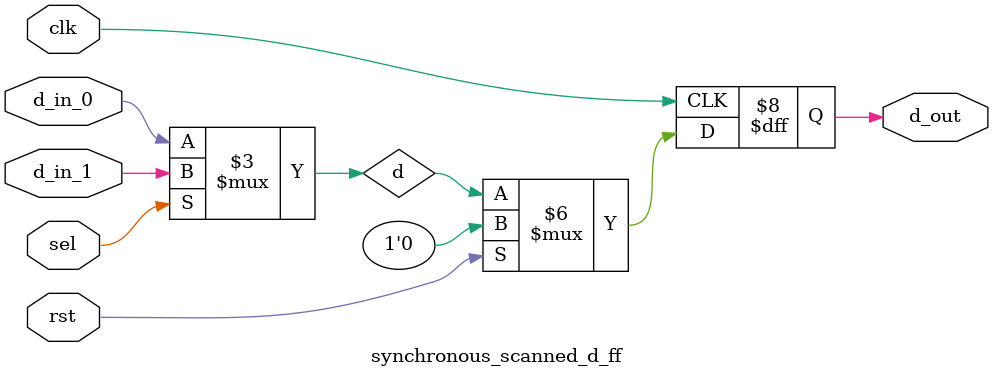
<source format=v>
/*
Name - SHUBHABRATA NATH
Topic - Synchronous Scanned D FF
Date - 18:07:2022
*/

module synchronous_scanned_d_ff(input d_in_0,d_in_1,sel,rst,clk,output reg d_out);

reg d;

always@(d_in_0,d_in_1,sel)
begin
d = (!sel ? d_in_0 : d_in_1);
end

always@(posedge clk)
begin
if(rst)d_out <= 1'b0;
else d_out <= d;
end

endmodule
</source>
